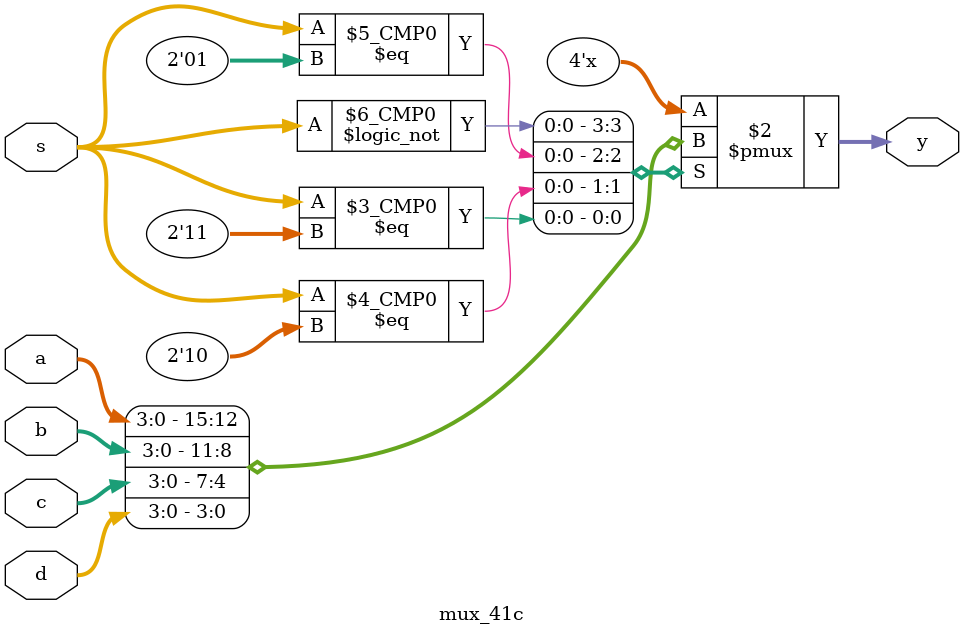
<source format=v>
`timescale 1ns / 1ps

module mux_41c(
		input wire [3:0] a,
		input wire [3:0] b,
		input wire [3:0] c,
		input wire [3:0] d,
		input wire [1:0] s,
		output reg [3:0] y		
    );

	always @(*)
		case(s)
			0:	y = a;
			1:	y = b;
			2:	y = c;
			3:	y = d;
			default : y = a;
		endcase
endmodule

</source>
